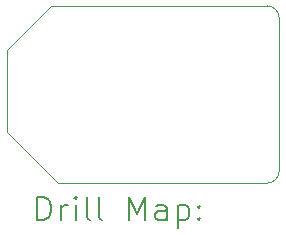
<source format=gbr>
%FSLAX45Y45*%
G04 Gerber Fmt 4.5, Leading zero omitted, Abs format (unit mm)*
G04 Created by KiCad (PCBNEW 6.0.4-6f826c9f35~116~ubuntu18.04.1) date 2022-04-20 20:46:26*
%MOMM*%
%LPD*%
G01*
G04 APERTURE LIST*
%TA.AperFunction,Profile*%
%ADD10C,0.100000*%
%TD*%
%ADD11C,0.200000*%
G04 APERTURE END LIST*
D10*
X12400000Y-10750000D02*
G75*
G03*
X12500000Y-10650000I0J100000D01*
G01*
X10200000Y-10320000D02*
X10200000Y-9620000D01*
X12500000Y-9350000D02*
G75*
G03*
X12400000Y-9250000I-100000J0D01*
G01*
X12500000Y-9350000D02*
X12500000Y-10650000D01*
X10200000Y-9620000D02*
X10570000Y-9250000D01*
X10630000Y-10750000D02*
X12400000Y-10750000D01*
X10200000Y-10320000D02*
X10630000Y-10750000D01*
X10570000Y-9250000D02*
X12400000Y-9250000D01*
D11*
X10452619Y-11065476D02*
X10452619Y-10865476D01*
X10500238Y-10865476D01*
X10528810Y-10875000D01*
X10547857Y-10894048D01*
X10557381Y-10913095D01*
X10566905Y-10951190D01*
X10566905Y-10979762D01*
X10557381Y-11017857D01*
X10547857Y-11036905D01*
X10528810Y-11055952D01*
X10500238Y-11065476D01*
X10452619Y-11065476D01*
X10652619Y-11065476D02*
X10652619Y-10932143D01*
X10652619Y-10970238D02*
X10662143Y-10951190D01*
X10671667Y-10941667D01*
X10690714Y-10932143D01*
X10709762Y-10932143D01*
X10776429Y-11065476D02*
X10776429Y-10932143D01*
X10776429Y-10865476D02*
X10766905Y-10875000D01*
X10776429Y-10884524D01*
X10785952Y-10875000D01*
X10776429Y-10865476D01*
X10776429Y-10884524D01*
X10900238Y-11065476D02*
X10881190Y-11055952D01*
X10871667Y-11036905D01*
X10871667Y-10865476D01*
X11005000Y-11065476D02*
X10985952Y-11055952D01*
X10976429Y-11036905D01*
X10976429Y-10865476D01*
X11233571Y-11065476D02*
X11233571Y-10865476D01*
X11300238Y-11008333D01*
X11366905Y-10865476D01*
X11366905Y-11065476D01*
X11547857Y-11065476D02*
X11547857Y-10960714D01*
X11538333Y-10941667D01*
X11519286Y-10932143D01*
X11481190Y-10932143D01*
X11462143Y-10941667D01*
X11547857Y-11055952D02*
X11528809Y-11065476D01*
X11481190Y-11065476D01*
X11462143Y-11055952D01*
X11452619Y-11036905D01*
X11452619Y-11017857D01*
X11462143Y-10998810D01*
X11481190Y-10989286D01*
X11528809Y-10989286D01*
X11547857Y-10979762D01*
X11643095Y-10932143D02*
X11643095Y-11132143D01*
X11643095Y-10941667D02*
X11662143Y-10932143D01*
X11700238Y-10932143D01*
X11719286Y-10941667D01*
X11728809Y-10951190D01*
X11738333Y-10970238D01*
X11738333Y-11027381D01*
X11728809Y-11046429D01*
X11719286Y-11055952D01*
X11700238Y-11065476D01*
X11662143Y-11065476D01*
X11643095Y-11055952D01*
X11824048Y-11046429D02*
X11833571Y-11055952D01*
X11824048Y-11065476D01*
X11814524Y-11055952D01*
X11824048Y-11046429D01*
X11824048Y-11065476D01*
X11824048Y-10941667D02*
X11833571Y-10951190D01*
X11824048Y-10960714D01*
X11814524Y-10951190D01*
X11824048Y-10941667D01*
X11824048Y-10960714D01*
M02*

</source>
